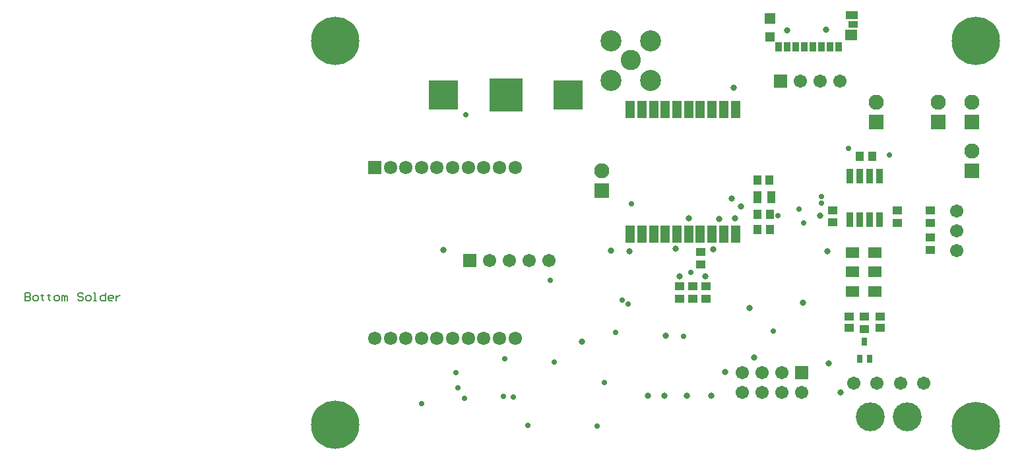
<source format=gbs>
G04*
G04 #@! TF.GenerationSoftware,Altium Limited,Altium Designer,18.1.9 (240)*
G04*
G04 Layer_Color=16711935*
%FSLAX25Y25*%
%MOIN*%
G70*
G01*
G75*
%ADD12C,0.00700*%
%ADD40R,0.03950X0.04540*%
%ADD50R,0.04343X0.04540*%
%ADD54R,0.04540X0.04343*%
%ADD55R,0.04540X0.03950*%
%ADD56C,0.06784*%
%ADD57R,0.06784X0.06784*%
%ADD58C,0.10249*%
%ADD59C,0.10642*%
%ADD60C,0.06706*%
%ADD61R,0.06706X0.06706*%
%ADD62R,0.07690X0.07690*%
%ADD63C,0.07690*%
%ADD64C,0.14580*%
%ADD65C,0.24422*%
%ADD66C,0.02800*%
%ADD67C,0.03300*%
%ADD97R,0.02965X0.03950*%
%ADD98R,0.03359X0.07690*%
%ADD99R,0.16548X0.16548*%
%ADD100R,0.14973X0.14580*%
%ADD101R,0.03950X0.06312*%
%ADD102R,0.04737X0.08674*%
%ADD103R,0.07099X0.05524*%
%ADD104R,0.06299X0.04331*%
%ADD105R,0.04724X0.03543*%
%ADD106R,0.06496X0.05512*%
%ADD107R,0.05315X0.05512*%
%ADD108R,0.04921X0.04724*%
%ADD109R,0.03543X0.04724*%
D12*
X-142405Y81138D02*
Y77140D01*
X-140406D01*
X-139739Y77806D01*
Y78473D01*
X-140406Y79139D01*
X-142405D01*
X-140406D01*
X-139739Y79805D01*
Y80472D01*
X-140406Y81138D01*
X-142405D01*
X-137740Y77140D02*
X-136407D01*
X-135740Y77806D01*
Y79139D01*
X-136407Y79805D01*
X-137740D01*
X-138406Y79139D01*
Y77806D01*
X-137740Y77140D01*
X-133741Y80472D02*
Y79805D01*
X-134407D01*
X-133075D01*
X-133741D01*
Y77806D01*
X-133075Y77140D01*
X-130409Y80472D02*
Y79805D01*
X-131075D01*
X-129742D01*
X-130409D01*
Y77806D01*
X-129742Y77140D01*
X-127076D02*
X-125744D01*
X-125077Y77806D01*
Y79139D01*
X-125744Y79805D01*
X-127076D01*
X-127743Y79139D01*
Y77806D01*
X-127076Y77140D01*
X-123744D02*
Y79805D01*
X-123078D01*
X-122411Y79139D01*
Y77140D01*
Y79139D01*
X-121745Y79805D01*
X-121079Y79139D01*
Y77140D01*
X-113081Y80472D02*
X-113748Y81138D01*
X-115080D01*
X-115747Y80472D01*
Y79805D01*
X-115080Y79139D01*
X-113748D01*
X-113081Y78473D01*
Y77806D01*
X-113748Y77140D01*
X-115080D01*
X-115747Y77806D01*
X-111082Y77140D02*
X-109749D01*
X-109082Y77806D01*
Y79139D01*
X-109749Y79805D01*
X-111082D01*
X-111748Y79139D01*
Y77806D01*
X-111082Y77140D01*
X-107749D02*
X-106416D01*
X-107083D01*
Y81138D01*
X-107749D01*
X-101751D02*
Y77140D01*
X-103751D01*
X-104417Y77806D01*
Y79139D01*
X-103751Y79805D01*
X-101751D01*
X-98419Y77140D02*
X-99752D01*
X-100418Y77806D01*
Y79139D01*
X-99752Y79805D01*
X-98419D01*
X-97753Y79139D01*
Y78473D01*
X-100418D01*
X-96420Y79805D02*
Y77140D01*
Y78473D01*
X-95753Y79139D01*
X-95087Y79805D01*
X-94420D01*
D40*
X233563Y137992D02*
D03*
X227658D02*
D03*
D50*
X285630Y150197D02*
D03*
X279331D02*
D03*
X233858Y120735D02*
D03*
X227559D02*
D03*
X233858Y112992D02*
D03*
X227559D02*
D03*
D54*
X314961Y102756D02*
D03*
Y109055D02*
D03*
X315059Y116535D02*
D03*
Y122835D02*
D03*
X298130Y116339D02*
D03*
Y122638D02*
D03*
X281693Y69193D02*
D03*
Y62894D02*
D03*
X188287Y78051D02*
D03*
Y84350D02*
D03*
X194882Y78051D02*
D03*
Y84350D02*
D03*
X201673D02*
D03*
Y78051D02*
D03*
X198917Y101673D02*
D03*
Y95374D02*
D03*
D55*
X273945Y69193D02*
D03*
Y63287D02*
D03*
X289441Y69193D02*
D03*
Y63287D02*
D03*
X265748Y116732D02*
D03*
Y122638D02*
D03*
D56*
X105118Y57973D02*
D03*
X97244D02*
D03*
X89370D02*
D03*
X81496D02*
D03*
X73622D02*
D03*
X65748D02*
D03*
X57874D02*
D03*
X50000D02*
D03*
X42126D02*
D03*
X34252D02*
D03*
X105118Y144587D02*
D03*
X97244D02*
D03*
X89370D02*
D03*
X81496D02*
D03*
X73622D02*
D03*
X65748D02*
D03*
X57874D02*
D03*
X50000D02*
D03*
X42126D02*
D03*
D57*
X34252D02*
D03*
D58*
X163480Y198626D02*
D03*
D59*
X173622Y188484D02*
D03*
Y208484D02*
D03*
X153622Y188484D02*
D03*
Y208484D02*
D03*
D60*
X328248Y122362D02*
D03*
Y112362D02*
D03*
Y102362D02*
D03*
X219921Y30906D02*
D03*
Y40905D02*
D03*
X229921Y30906D02*
D03*
Y40905D02*
D03*
X239921Y30906D02*
D03*
Y40905D02*
D03*
X249921Y30906D02*
D03*
X92264Y97441D02*
D03*
X102264D02*
D03*
X112264D02*
D03*
X122264D02*
D03*
X269252Y188091D02*
D03*
X259252D02*
D03*
X249252D02*
D03*
X311575Y35315D02*
D03*
X299764D02*
D03*
X287953D02*
D03*
X276142D02*
D03*
D61*
X249921Y40905D02*
D03*
X82264Y97441D02*
D03*
X239252Y188091D02*
D03*
D62*
X148819Y132618D02*
D03*
X335827Y142756D02*
D03*
X318898Y167323D02*
D03*
X287598D02*
D03*
X335892D02*
D03*
D63*
X148819Y142618D02*
D03*
X335827Y152756D02*
D03*
X318898Y177323D02*
D03*
X287598D02*
D03*
X335892D02*
D03*
D64*
X303150Y18307D02*
D03*
X284646D02*
D03*
D65*
X14370Y208563D02*
D03*
Y14469D02*
D03*
X337795Y13878D02*
D03*
Y208563D02*
D03*
D66*
X75197Y40650D02*
D03*
X146555Y13878D02*
D03*
X104331Y28346D02*
D03*
X79429Y27657D02*
D03*
X99803Y47736D02*
D03*
X294193Y150886D02*
D03*
X124803Y46161D02*
D03*
X111516Y14173D02*
D03*
X99213Y28839D02*
D03*
X76378Y33169D02*
D03*
X57874Y25000D02*
D03*
X159252Y77559D02*
D03*
X162205Y75590D02*
D03*
X150197Y35728D02*
D03*
X156004Y61122D02*
D03*
X123031Y87598D02*
D03*
X273721Y154035D02*
D03*
X80315Y171260D02*
D03*
X235728Y61910D02*
D03*
X193898Y91437D02*
D03*
X237795Y120177D02*
D03*
X250886Y116339D02*
D03*
X259941Y126476D02*
D03*
Y129626D02*
D03*
X190256Y59252D02*
D03*
X163976Y126181D02*
D03*
X248524Y123425D02*
D03*
D67*
X269685Y30807D02*
D03*
X263090Y102067D02*
D03*
X139075Y56398D02*
D03*
X250492Y76083D02*
D03*
X223622Y73425D02*
D03*
X205118Y103248D02*
D03*
X186221Y103347D02*
D03*
X181102Y59350D02*
D03*
X153740Y102461D02*
D03*
X162894Y102264D02*
D03*
X201279Y89370D02*
D03*
X242618Y213878D02*
D03*
X262205Y214075D02*
D03*
X216339Y118701D02*
D03*
X219094Y124902D02*
D03*
X208268Y118405D02*
D03*
X214665Y128937D02*
D03*
X215650Y184744D02*
D03*
X192815Y118898D02*
D03*
X188091Y89370D02*
D03*
X68898Y102756D02*
D03*
X211417Y41043D02*
D03*
X225787Y48524D02*
D03*
X204134Y29232D02*
D03*
X172146D02*
D03*
X180709D02*
D03*
X191831D02*
D03*
X263681Y45472D02*
D03*
X259350Y120177D02*
D03*
D97*
X281693Y56299D02*
D03*
X279134Y47835D02*
D03*
X284252D02*
D03*
D98*
X289390Y118209D02*
D03*
X284390D02*
D03*
X279390D02*
D03*
X274390D02*
D03*
X289390Y140256D02*
D03*
X284390D02*
D03*
X279390D02*
D03*
X274390D02*
D03*
D99*
X100492Y181201D02*
D03*
D100*
X68996D02*
D03*
X131988D02*
D03*
D101*
X234547Y129462D02*
D03*
X227461D02*
D03*
D102*
X163287Y173819D02*
D03*
X169193D02*
D03*
X175098D02*
D03*
X181004D02*
D03*
X186909D02*
D03*
X192815D02*
D03*
X198721D02*
D03*
X204626D02*
D03*
X210531D02*
D03*
X216437D02*
D03*
X163287Y110827D02*
D03*
X169193D02*
D03*
X175098D02*
D03*
X181004D02*
D03*
X186909D02*
D03*
X192815D02*
D03*
X198721D02*
D03*
X204626D02*
D03*
X210531D02*
D03*
X216437D02*
D03*
D103*
X275756Y81791D02*
D03*
Y91634D02*
D03*
Y101476D02*
D03*
X286779Y81791D02*
D03*
Y91634D02*
D03*
Y101476D02*
D03*
D104*
X275098Y221555D02*
D03*
D105*
X275886Y216791D02*
D03*
D106*
X275000Y211280D02*
D03*
D107*
X234055Y219744D02*
D03*
D108*
Y210531D02*
D03*
D109*
X268602Y205413D02*
D03*
X264272D02*
D03*
X259941D02*
D03*
X255610D02*
D03*
X251279D02*
D03*
X246949D02*
D03*
X242618D02*
D03*
X238287D02*
D03*
M02*

</source>
